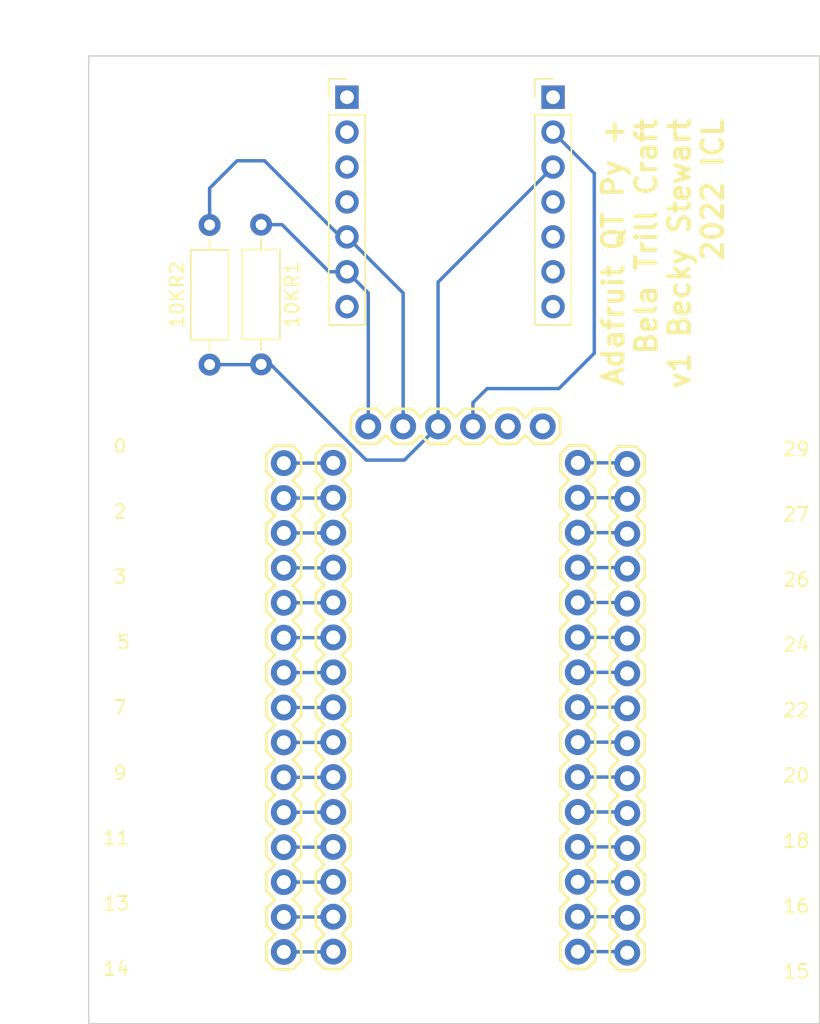
<source format=kicad_pcb>
(kicad_pcb (version 20211014) (generator pcbnew)
  (layers (0 "F.Cu" signal) (31 "B.Cu" signal) (34 "B.Paste" user) (35 "F.Paste" user) (36 "B.SilkS" user "B.Silkscreen") (37 "F.SilkS" user "F.Silkscreen") (38 "B.Mask" user) (39 "F.Mask" user) (44 "Edge.Cuts" user))
  (net 0 "")
  (net 1 "Net-(QTPy-Right1-Pad3)")
  (net 2 "Net-(QTPy-Left1-Pad6)")
  (net 3 "Net-(QTPy-Left1-Pad5)")
  (net 4 "Net-(Wires-Out-Left1-Pad1)")
  (net 5 "Net-(Wires-Out-Left1-Pad2)")
  (net 6 "Net-(Wires-Out-Left1-Pad3)")
  (net 7 "Net-(Wires-Out-Left1-Pad4)")
  (net 8 "Net-(Wires-Out-Left1-Pad5)")
  (net 9 "Net-(Wires-Out-Left1-Pad6)")
  (net 10 "Net-(Wires-Out-Left1-Pad7)")
  (net 11 "Net-(Wires-Out-Left1-Pad8)")
  (net 12 "Net-(Wires-Out-Left1-Pad9)")
  (net 13 "Net-(Wires-Out-Left1-Pad10)")
  (net 14 "Net-(Wires-Out-Left1-Pad11)")
  (net 15 "Net-(Wires-Out-Left1-Pad12)")
  (net 16 "Net-(Wires-Out-Left1-Pad13)")
  (net 17 "Net-(Wires-Out-Left1-Pad14)")
  (net 18 "Net-(Wires-Out-Left1-Pad15)")
  (net 19 "Net-(Craft-15-29-Pad1)")
  (net 20 "Net-(Craft-15-29-Pad2)")
  (net 21 "Net-(Craft-15-29-Pad3)")
  (net 22 "Net-(Craft-15-29-Pad4)")
  (net 23 "Net-(Craft-15-29-Pad5)")
  (net 24 "Net-(Craft-15-29-Pad6)")
  (net 25 "Net-(Craft-15-29-Pad7)")
  (net 26 "Net-(Craft-15-29-Pad8)")
  (net 27 "Net-(Craft-15-29-Pad9)")
  (net 28 "Net-(Craft-15-29-Pad10)")
  (net 29 "Net-(Craft-15-29-Pad11)")
  (net 30 "Net-(Craft-15-29-Pad12)")
  (net 31 "Net-(Craft-15-29-Pad13)")
  (net 32 "Net-(Craft-15-29-Pad14)")
  (net 33 "Net-(Craft-15-29-Pad15)")
  (net 36 "Net-(QTPy-Right1-Pad2)")
  (footprint "MountingHole:MountingHole_2.1mm" (layer "F.Cu") (at 125.25 101.7)
    (fp_text reference "REF**" hide)
    (fp_text value "MountingHole_2.1mm" hide)
    (pad "" np_thru_hole circle (at 0 0) (size 2.1 2.1) (drill 2.1) (layers *.Cu *.Mask))
  )
  (footprint "MountingHole:MountingHole_2.1mm" (layer "F.Cu") (at 130 96.95)
    (fp_text reference "9" (at -8.5 0) (layer "F.SilkS") (effects (justify left)))
    (fp_text value "MountingHole_2.1mm" hide)
    (pad "" np_thru_hole circle (at 0 0) (size 2.1 2.1) (drill 2.1) (layers *.Cu *.Mask))
  )
  (footprint "MountingHole:MountingHole_2.1mm" (layer "F.Cu") (at 125.25 73.2)
    (fp_text reference "REF**" hide)
    (fp_text value "MountingHole_2.1mm" hide)
    (pad "" np_thru_hole circle (at 0 0) (size 2.1 2.1) (drill 2.1) (layers *.Cu *.Mask))
  )
  (footprint "MountingHole:MountingHole_2.1mm" (layer "F.Cu") (at 163.25 106.65)
    (fp_text reference "REF**" hide)
    (fp_text value "MountingHole_2.1mm" hide)
    (pad "" np_thru_hole circle (at 0 0) (size 2.1 2.1) (drill 2.1) (layers *.Cu *.Mask))
  )
  (footprint "trill-craft:1X15" (layer "F.Cu") (at 159 74.48 -90)
    (fp_text reference "Craft-15-29" hide)
    (fp_text value "Conn_01x15_Female" hide)
    (pad "1" thru_hole circle (at 0 0) (size 1.8796 1.8796) (drill 1.016) (layers *.Cu *.Mask) (net 19 "Net-(Craft-15-29-Pad1)"))
    (pad "2" thru_hole circle (at 2.54 0) (size 1.8796 1.8796) (drill 1.016) (layers *.Cu *.Mask) (net 20 "Net-(Craft-15-29-Pad2)"))
    (pad "3" thru_hole circle (at 5.08 0) (size 1.8796 1.8796) (drill 1.016) (layers *.Cu *.Mask) (net 21 "Net-(Craft-15-29-Pad3)"))
    (pad "4" thru_hole circle (at 7.62 0) (size 1.8796 1.8796) (drill 1.016) (layers *.Cu *.Mask) (net 22 "Net-(Craft-15-29-Pad4)"))
    (pad "5" thru_hole circle (at 10.16 0) (size 1.8796 1.8796) (drill 1.016) (layers *.Cu *.Mask) (net 23 "Net-(Craft-15-29-Pad5)"))
    (pad "6" thru_hole circle (at 12.7 0) (size 1.8796 1.8796) (drill 1.016) (layers *.Cu *.Mask) (net 24 "Net-(Craft-15-29-Pad6)"))
    (pad "7" thru_hole circle (at 15.24 0) (size 1.8796 1.8796) (drill 1.016) (layers *.Cu *.Mask) (net 25 "Net-(Craft-15-29-Pad7)"))
    (pad "8" thru_hole circle (at 17.78 0) (size 1.8796 1.8796) (drill 1.016) (layers *.Cu *.Mask) (net 26 "Net-(Craft-15-29-Pad8)"))
    (pad "9" thru_hole circle (at 20.32 0) (size 1.8796 1.8796) (drill 1.016) (layers *.Cu *.Mask) (net 27 "Net-(Craft-15-29-Pad9)"))
    (pad "10" thru_hole circle (at 22.86 0) (size 1.8796 1.8796) (drill 1.016) (layers *.Cu *.Mask) (net 28 "Net-(Craft-15-29-Pad10)"))
    (pad "11" thru_hole circle (at 25.4 0) (size 1.8796 1.8796) (drill 1.016) (layers *.Cu *.Mask) (net 29 "Net-(Craft-15-29-Pad11)"))
    (pad "12" thru_hole circle (at 27.94 0) (size 1.8796 1.8796) (drill 1.016) (layers *.Cu *.Mask) (net 30 "Net-(Craft-15-29-Pad12)"))
    (pad "13" thru_hole circle (at 30.48 0) (size 1.8796 1.8796) (drill 1.016) (layers *.Cu *.Mask) (net 31 "Net-(Craft-15-29-Pad13)"))
    (pad "14" thru_hole circle (at 33.02 0) (size 1.8796 1.8796) (drill 1.016) (layers *.Cu *.Mask) (net 32 "Net-(Craft-15-29-Pad14)"))
    (pad "15" thru_hole circle (at 35.56 0) (size 1.8796 1.8796) (drill 1.016) (layers *.Cu *.Mask) (net 33 "Net-(Craft-15-29-Pad15)"))
  )
  (footprint "trill-craft:1X15" (layer "F.Cu") (at 155.4 74.4 -90)
    (fp_text reference "Wires-Out-Right1" hide)
    (fp_text value "Conn_01x15_Male" hide)
    (pad "1" thru_hole circle (at 0 0) (size 1.8796 1.8796) (drill 1.016) (layers *.Cu *.Mask) (net 19 "Net-(Craft-15-29-Pad1)"))
    (pad "2" thru_hole circle (at 2.54 0) (size 1.8796 1.8796) (drill 1.016) (layers *.Cu *.Mask) (net 20 "Net-(Craft-15-29-Pad2)"))
    (pad "3" thru_hole circle (at 5.08 0) (size 1.8796 1.8796) (drill 1.016) (layers *.Cu *.Mask) (net 21 "Net-(Craft-15-29-Pad3)"))
    (pad "4" thru_hole circle (at 7.62 0) (size 1.8796 1.8796) (drill 1.016) (layers *.Cu *.Mask) (net 22 "Net-(Craft-15-29-Pad4)"))
    (pad "5" thru_hole circle (at 10.16 0) (size 1.8796 1.8796) (drill 1.016) (layers *.Cu *.Mask) (net 23 "Net-(Craft-15-29-Pad5)"))
    (pad "6" thru_hole circle (at 12.7 0) (size 1.8796 1.8796) (drill 1.016) (layers *.Cu *.Mask) (net 24 "Net-(Craft-15-29-Pad6)"))
    (pad "7" thru_hole circle (at 15.24 0) (size 1.8796 1.8796) (drill 1.016) (layers *.Cu *.Mask) (net 25 "Net-(Craft-15-29-Pad7)"))
    (pad "8" thru_hole circle (at 17.78 0) (size 1.8796 1.8796) (drill 1.016) (layers *.Cu *.Mask) (net 26 "Net-(Craft-15-29-Pad8)"))
    (pad "9" thru_hole circle (at 20.32 0) (size 1.8796 1.8796) (drill 1.016) (layers *.Cu *.Mask) (net 27 "Net-(Craft-15-29-Pad9)"))
    (pad "10" thru_hole circle (at 22.86 0) (size 1.8796 1.8796) (drill 1.016) (layers *.Cu *.Mask) (net 28 "Net-(Craft-15-29-Pad10)"))
    (pad "11" thru_hole circle (at 25.4 0) (size 1.8796 1.8796) (drill 1.016) (layers *.Cu *.Mask) (net 29 "Net-(Craft-15-29-Pad11)"))
    (pad "12" thru_hole circle (at 27.94 0) (size 1.8796 1.8796) (drill 1.016) (layers *.Cu *.Mask) (net 30 "Net-(Craft-15-29-Pad12)"))
    (pad "13" thru_hole circle (at 30.48 0) (size 1.8796 1.8796) (drill 1.016) (layers *.Cu *.Mask) (net 31 "Net-(Craft-15-29-Pad13)"))
    (pad "14" thru_hole circle (at 33.02 0) (size 1.8796 1.8796) (drill 1.016) (layers *.Cu *.Mask) (net 32 "Net-(Craft-15-29-Pad14)"))
    (pad "15" thru_hole circle (at 35.56 0) (size 1.8796 1.8796) (drill 1.016) (layers *.Cu *.Mask) (net 33 "Net-(Craft-15-29-Pad15)"))
  )
  (footprint "MountingHole:MountingHole_2.1mm" (layer "F.Cu") (at 125.25 92.2)
    (fp_text reference "REF**" hide)
    (fp_text value "MountingHole_2.1mm" hide)
    (pad "" np_thru_hole circle (at 0 0) (size 2.1 2.1) (drill 2.1) (layers *.Cu *.Mask))
  )
  (footprint "MountingHole:MountingHole_2.1mm" (layer "F.Cu") (at 130 73.2)
    (fp_text reference "0" (at -8.5 0) (layer "F.SilkS") (effects (justify left)))
    (fp_text value "MountingHole_2.1mm" hide)
    (pad "" np_thru_hole circle (at 0 0) (size 2.1 2.1) (drill 2.1) (layers *.Cu *.Mask))
  )
  (footprint "MountingHole:MountingHole_2.1mm" (layer "F.Cu") (at 125.25 82.7)
    (fp_text reference "REF**" hide)
    (fp_text value "MountingHole_2.1mm" hide)
    (pad "" np_thru_hole circle (at 0 0) (size 2.1 2.1) (drill 2.1) (layers *.Cu *.Mask))
  )
  (footprint "MountingHole:MountingHole_2.1mm" (layer "F.Cu") (at 168 101.9)
    (fp_text reference "18" (at 2.25 0) (layer "F.SilkS") (effects (justify left)))
    (fp_text value "MountingHole_2.1mm" hide)
    (pad "" np_thru_hole circle (at 0 0) (size 2.1 2.1) (drill 2.1) (layers *.Cu *.Mask))
  )
  (footprint "MountingHole:MountingHole_2.1mm" (layer "F.Cu") (at 163.25 101.9)
    (fp_text reference "REF**" hide)
    (fp_text value "MountingHole_2.1mm" hide)
    (pad "" np_thru_hole circle (at 0 0) (size 2.1 2.1) (drill 2.1) (layers *.Cu *.Mask))
  )
  (footprint "MountingHole:MountingHole_2.1mm" (layer "F.Cu") (at 168 82.9)
    (fp_text reference "26" (at 2.25 0) (layer "F.SilkS") (effects (justify left)))
    (fp_text value "MountingHole_2.1mm" hide)
    (pad "" np_thru_hole circle (at 0 0) (size 2.1 2.1) (drill 2.1) (layers *.Cu *.Mask))
  )
  (footprint "MountingHole:MountingHole_2.5mm" (layer "F.Cu") (at 122.8 47.8)
    (fp_text reference "REF**" hide)
    (fp_text value "MountingHole_2.5mm" hide)
    (pad "" np_thru_hole circle (at 0 0) (size 2.5 2.5) (drill 2.5) (layers *.Cu *.Mask))
  )
  (footprint "Connector_PinHeader_2.54mm:PinHeader_1x07_P2.54mm_Vertical" (layer "F.Cu") (at 153.6 47.8)
    (fp_text reference "QTPy-Right1" hide)
    (fp_text value "Conn_01x07_Female" hide)
    (pad "1" thru_hole rect (at 0 0) (size 1.7 1.7) (drill 1) (layers *.Cu *.Mask))
    (pad "2" thru_hole oval (at 0 2.54) (size 1.7 1.7) (drill 1) (layers *.Cu *.Mask) (net 36 "Net-(QTPy-Right1-Pad2)"))
    (pad "3" thru_hole oval (at 0 5.08) (size 1.7 1.7) (drill 1) (layers *.Cu *.Mask) (net 1 "Net-(QTPy-Right1-Pad3)"))
    (pad "4" thru_hole oval (at 0 7.62) (size 1.7 1.7) (drill 1) (layers *.Cu *.Mask))
    (pad "5" thru_hole oval (at 0 10.16) (size 1.7 1.7) (drill 1) (layers *.Cu *.Mask))
    (pad "6" thru_hole oval (at 0 12.7) (size 1.7 1.7) (drill 1) (layers *.Cu *.Mask))
    (pad "7" thru_hole oval (at 0 15.24) (size 1.7 1.7) (drill 1) (layers *.Cu *.Mask))
  )
  (footprint "MountingHole:MountingHole_2.1mm" (layer "F.Cu") (at 125.25 111.2)
    (fp_text reference "REF**" hide)
    (fp_text value "MountingHole_2.1mm" hide)
    (pad "" np_thru_hole circle (at 0 0) (size 2.1 2.1) (drill 2.1) (layers *.Cu *.Mask))
  )
  (footprint "Resistor_THT:R_Axial_DIN0207_L6.3mm_D2.5mm_P10.16mm_Horizontal" (layer "F.Cu") (at 132.35 67.235 90)
    (fp_text reference "10KR1" (at 5.08 2.25 90) (layer "F.SilkS"))
    (fp_text value "R")
    (pad "1" thru_hole circle (at 0 0 90) (size 1.6 1.6) (drill 0.8) (layers *.Cu *.Mask) (net 1 "Net-(QTPy-Right1-Pad3)"))
    (pad "2" thru_hole oval (at 10.16 0 90) (size 1.6 1.6) (drill 0.8) (layers *.Cu *.Mask) (net 2 "Net-(QTPy-Left1-Pad6)"))
  )
  (footprint "MountingHole:MountingHole_2.5mm" (layer "F.Cu") (at 170 47.8)
    (fp_text reference "REF**" hide)
    (fp_text value "MountingHole_2.5mm" hide)
    (pad "" np_thru_hole circle (at 0 0) (size 2.5 2.5) (drill 2.5) (layers *.Cu *.Mask))
  )
  (footprint "Connector_PinHeader_2.54mm:PinHeader_1x07_P2.54mm_Vertical" (layer "F.Cu") (at 138.6 47.8)
    (fp_text reference "QTPy-Left1" hide)
    (fp_text value "Conn_01x07_Female" hide)
    (pad "1" thru_hole rect (at 0 0) (size 1.7 1.7) (drill 1) (layers *.Cu *.Mask))
    (pad "2" thru_hole oval (at 0 2.54) (size 1.7 1.7) (drill 1) (layers *.Cu *.Mask))
    (pad "3" thru_hole oval (at 0 5.08) (size 1.7 1.7) (drill 1) (layers *.Cu *.Mask))
    (pad "4" thru_hole oval (at 0 7.62) (size 1.7 1.7) (drill 1) (layers *.Cu *.Mask))
    (pad "5" thru_hole oval (at 0 10.16) (size 1.7 1.7) (drill 1) (layers *.Cu *.Mask) (net 3 "Net-(QTPy-Left1-Pad5)"))
    (pad "6" thru_hole oval (at 0 12.7) (size 1.7 1.7) (drill 1) (layers *.Cu *.Mask) (net 2 "Net-(QTPy-Left1-Pad6)"))
    (pad "7" thru_hole oval (at 0 15.24) (size 1.7 1.7) (drill 1) (layers *.Cu *.Mask))
  )
  (footprint "MountingHole:MountingHole_2.1mm" (layer "F.Cu") (at 125.25 96.95)
    (fp_text reference "REF**" hide)
    (fp_text value "MountingHole_2.1mm" hide)
    (pad "" np_thru_hole circle (at 0 0) (size 2.1 2.1) (drill 2.1) (layers *.Cu *.Mask))
  )
  (footprint "MountingHole:MountingHole_2.1mm" (layer "F.Cu") (at 168 87.65)
    (fp_text reference "24" (at 2.25 0) (layer "F.SilkS") (effects (justify left)))
    (fp_text value "MountingHole_2.1mm" hide)
    (pad "" np_thru_hole circle (at 0 0) (size 2.1 2.1) (drill 2.1) (layers *.Cu *.Mask))
  )
  (footprint "MountingHole:MountingHole_2.1mm" (layer "F.Cu") (at 163.25 92.4)
    (fp_text reference "REF**" hide)
    (fp_text value "MountingHole_2.1mm" hide)
    (pad "" np_thru_hole circle (at 0 0) (size 2.1 2.1) (drill 2.1) (layers *.Cu *.Mask))
  )
  (footprint "MountingHole:MountingHole_2.5mm" (layer "F.Cu") (at 144.012 112 90)
    (fp_text reference "REF**" hide)
    (fp_text value "MountingHole_2.5mm" hide)
    (pad "" np_thru_hole circle (at 0 0 90) (size 2.5 2.5) (drill 2.5) (layers *.Cu *.Mask))
  )
  (footprint "Resistor_THT:R_Axial_DIN0207_L6.3mm_D2.5mm_P10.16mm_Horizontal" (layer "F.Cu") (at 128.6 67.255 90)
    (fp_text reference "10KR2" (at 5.08 -2.37 90) (layer "F.SilkS"))
    (fp_text value "R")
    (pad "1" thru_hole circle (at 0 0 90) (size 1.6 1.6) (drill 0.8) (layers *.Cu *.Mask) (net 1 "Net-(QTPy-Right1-Pad3)"))
    (pad "2" thru_hole oval (at 10.16 0 90) (size 1.6 1.6) (drill 0.8) (layers *.Cu *.Mask) (net 3 "Net-(QTPy-Left1-Pad5)"))
  )
  (footprint "MountingHole:MountingHole_2.1mm" (layer "F.Cu") (at 168 92.4)
    (fp_text reference "22" (at 2.25 0) (layer "F.SilkS") (effects (justify left)))
    (fp_text value "MountingHole_2.1mm" hide)
    (pad "" np_thru_hole circle (at 0 0) (size 2.1 2.1) (drill 2.1) (layers *.Cu *.Mask))
  )
  (footprint "trill-craft:1X06" (layer "F.Cu") (at 152.85 71.75 180)
    (fp_text reference "Craft-I2C1" hide)
    (fp_text value "Conn_01x06_Female" hide)
    (pad "1" thru_hole circle (at 0 0 270) (size 1.8796 1.8796) (drill 1.016) (layers *.Cu *.Mask))
    (pad "2" thru_hole circle (at 2.54 0 270) (size 1.8796 1.8796) (drill 1.016) (layers *.Cu *.Mask))
    (pad "3" thru_hole circle (at 5.08 0 270) (size 1.8796 1.8796) (drill 1.016) (layers *.Cu *.Mask) (net 36 "Net-(QTPy-Right1-Pad2)"))
    (pad "4" thru_hole circle (at 7.62 0 270) (size 1.8796 1.8796) (drill 1.016) (layers *.Cu *.Mask) (net 1 "Net-(QTPy-Right1-Pad3)"))
    (pad "5" thru_hole circle (at 10.16 0 270) (size 1.8796 1.8796) (drill 1.016) (layers *.Cu *.Mask) (net 3 "Net-(QTPy-Left1-Pad5)"))
    (pad "6" thru_hole circle (at 12.7 0 270) (size 1.8796 1.8796) (drill 1.016) (layers *.Cu *.Mask) (net 2 "Net-(QTPy-Left1-Pad6)"))
  )
  (footprint "MountingHole:MountingHole_2.1mm" (layer "F.Cu") (at 130 106.45)
    (fp_text reference "13" (at -9.25 0) (layer "F.SilkS") (effects (justify left)))
    (fp_text value "MountingHole_2.1mm" hide)
    (pad "" np_thru_hole circle (at 0 0) (size 2.1 2.1) (drill 2.1) (layers *.Cu *.Mask))
  )
  (footprint "MountingHole:MountingHole_2.1mm" (layer "F.Cu") (at 130 92.2)
    (fp_text reference "7" (at -8.5 0) (layer "F.SilkS") (effects (justify left)))
    (fp_text value "MountingHole_2.1mm" hide)
    (pad "" np_thru_hole circle (at 0 0) (size 2.1 2.1) (drill 2.1) (layers *.Cu *.Mask))
  )
  (footprint "MountingHole:MountingHole_2.5mm" (layer "F.Cu") (at 149.6 112 90)
    (fp_text reference "REF**" hide)
    (fp_text value "MountingHole_2.5mm" hide)
    (pad "" np_thru_hole circle (at 0 0 90) (size 2.5 2.5) (drill 2.5) (layers *.Cu *.Mask))
  )
  (footprint "MountingHole:MountingHole_2.1mm" (layer "F.Cu") (at 163.25 82.9)
    (fp_text reference "REF**" hide)
    (fp_text value "MountingHole_2.1mm" hide)
    (pad "" np_thru_hole circle (at 0 0) (size 2.1 2.1) (drill 2.1) (layers *.Cu *.Mask))
  )
  (footprint "MountingHole:MountingHole_2.1mm" (layer "F.Cu") (at 163.25 111.4)
    (fp_text reference "REF**" hide)
    (fp_text value "MountingHole_2.1mm" hide)
    (pad "" np_thru_hole circle (at 0 0) (size 2.1 2.1) (drill 2.1) (layers *.Cu *.Mask))
  )
  (footprint "MountingHole:MountingHole_2.1mm" (layer "F.Cu") (at 130 101.7)
    (fp_text reference "11" (at -9.25 0) (layer "F.SilkS") (effects (justify left)))
    (fp_text value "MountingHole_2.1mm" hide)
    (pad "" np_thru_hole circle (at 0 0) (size 2.1 2.1) (drill 2.1) (layers *.Cu *.Mask))
  )
  (footprint "MountingHole:MountingHole_2.1mm" (layer "F.Cu") (at 130 77.95)
    (fp_text reference "2" (at -8.5 0) (layer "F.SilkS") (effects (justify left)))
    (fp_text value "MountingHole_2.1mm" hide)
    (pad "" np_thru_hole circle (at 0 0) (size 2.1 2.1) (drill 2.1) (layers *.Cu *.Mask))
  )
  (footprint "MountingHole:MountingHole_2.5mm" (layer "F.Cu") (at 170 53.388)
    (fp_text reference "REF**" hide)
    (fp_text value "MountingHole_2.5mm" hide)
    (pad "" np_thru_hole circle (at 0 0) (size 2.5 2.5) (drill 2.5) (layers *.Cu *.Mask))
  )
  (footprint "MountingHole:MountingHole_2.1mm" (layer "F.Cu") (at 130 82.7)
    (fp_text reference "3" (at -8.5 0) (layer "F.SilkS") (effects (justify left)))
    (fp_text value "MountingHole_2.1mm" hide)
    (pad "" np_thru_hole circle (at 0 0) (size 2.1 2.1) (drill 2.1) (layers *.Cu *.Mask))
  )
  (footprint "MountingHole:MountingHole_2.1mm" (layer "F.Cu") (at 163.25 97.15)
    (fp_text reference "REF**" hide)
    (fp_text value "MountingHole_2.1mm" hide)
    (pad "" np_thru_hole circle (at 0 0) (size 2.1 2.1) (drill 2.1) (layers *.Cu *.Mask))
  )
  (footprint "MountingHole:MountingHole_2.1mm" (layer "F.Cu") (at 168 78.15)
    (fp_text reference "27" (at 2.25 0) (layer "F.SilkS") (effects (justify left)))
    (fp_text value "MountingHole_2.1mm" hide)
    (pad "" np_thru_hole circle (at 0 0) (size 2.1 2.1) (drill 2.1) (layers *.Cu *.Mask))
  )
  (footprint "MountingHole:MountingHole_2.1mm" (layer "F.Cu") (at 163.25 87.65)
    (fp_text reference "REF**" hide)
    (fp_text value "MountingHole_2.1mm" hide)
    (pad "" np_thru_hole circle (at 0 0) (size 2.1 2.1) (drill 2.1) (layers *.Cu *.Mask))
  )
  (footprint "MountingHole:MountingHole_2.5mm" (layer "F.Cu") (at 122.8 53.388)
    (fp_text reference "REF**" hide)
    (fp_text value "MountingHole_2.5mm" hide)
    (pad "" np_thru_hole circle (at 0 0) (size 2.5 2.5) (drill 2.5) (layers *.Cu *.Mask))
  )
  (footprint "MountingHole:MountingHole_2.1mm" (layer "F.Cu") (at 168 97.15)
    (fp_text reference "20" (at 2.25 0) (layer "F.SilkS") (effects (justify left)))
    (fp_text value "MountingHole_2.1mm" hide)
    (pad "" np_thru_hole circle (at 0 0) (size 2.1 2.1) (drill 2.1) (layers *.Cu *.Mask))
  )
  (footprint "MountingHole:MountingHole_2.1mm" (layer "F.Cu") (at 125.25 77.95)
    (fp_text reference "REF**" hide)
    (fp_text value "MountingHole_2.1mm" hide)
    (pad "" np_thru_hole circle (at 0 0) (size 2.1 2.1) (drill 2.1) (layers *.Cu *.Mask))
  )
  (footprint "MountingHole:MountingHole_2.1mm" (layer "F.Cu") (at 130 111.2)
    (fp_text reference "14" (at -9.25 0) (layer "F.SilkS") (effects (justify left)))
    (fp_text value "MountingHole_2.1mm" hide)
    (pad "" np_thru_hole circle (at 0 0) (size 2.1 2.1) (drill 2.1) (layers *.Cu *.Mask))
  )
  (footprint "MountingHole:MountingHole_2.1mm" (layer "F.Cu") (at 163.25 73.4)
    (fp_text reference "REF**" hide)
    (fp_text value "MountingHole_2.1mm" hide)
    (pad "" np_thru_hole circle (at 0 0) (size 2.1 2.1) (drill 2.1) (layers *.Cu *.Mask))
  )
  (footprint "MountingHole:MountingHole_2.1mm" (layer "F.Cu") (at 163.25 78.15)
    (fp_text reference "REF**" hide)
    (fp_text value "MountingHole_2.1mm" hide)
    (pad "" np_thru_hole circle (at 0 0) (size 2.1 2.1) (drill 2.1) (layers *.Cu *.Mask))
  )
  (footprint "trill-craft:1X15" (layer "F.Cu") (at 137.6 74.4 -90)
    (fp_text reference "Wires-Out-Left1" hide)
    (fp_text value "Conn_01x15_Male" hide)
    (pad "1" thru_hole circle (at 0 0) (size 1.8796 1.8796) (drill 1.016) (layers *.Cu *.Mask) (net 4 "Net-(Wires-Out-Left1-Pad1)"))
    (pad "2" thru_hole circle (at 2.54 0) (size 1.8796 1.8796) (drill 1.016) (layers *.Cu *.Mask) (net 5 "Net-(Wires-Out-Left1-Pad2)"))
    (pad "3" thru_hole circle (at 5.08 0) (size 1.8796 1.8796) (drill 1.016) (layers *.Cu *.Mask) (net 6 "Net-(Wires-Out-Left1-Pad3)"))
    (pad "4" thru_hole circle (at 7.62 0) (size 1.8796 1.8796) (drill 1.016) (layers *.Cu *.Mask) (net 7 "Net-(Wires-Out-Left1-Pad4)"))
    (pad "5" thru_hole circle (at 10.16 0) (size 1.8796 1.8796) (drill 1.016) (layers *.Cu *.Mask) (net 8 "Net-(Wires-Out-Left1-Pad5)"))
    (pad "6" thru_hole circle (at 12.7 0) (size 1.8796 1.8796) (drill 1.016) (layers *.Cu *.Mask) (net 9 "Net-(Wires-Out-Left1-Pad6)"))
    (pad "7" thru_hole circle (at 15.24 0) (size 1.8796 1.8796) (drill 1.016) (layers *.Cu *.Mask) (net 10 "Net-(Wires-Out-Left1-Pad7)"))
    (pad "8" thru_hole circle (at 17.78 0) (size 1.8796 1.8796) (drill 1.016) (layers *.Cu *.Mask) (net 11 "Net-(Wires-Out-Left1-Pad8)"))
    (pad "9" thru_hole circle (at 20.32 0) (size 1.8796 1.8796) (drill 1.016) (layers *.Cu *.Mask) (net 12 "Net-(Wires-Out-Left1-Pad9)"))
    (pad "10" thru_hole circle (at 22.86 0) (size 1.8796 1.8796) (drill 1.016) (layers *.Cu *.Mask) (net 13 "Net-(Wires-Out-Left1-Pad10)"))
    (pad "11" thru_hole circle (at 25.4 0) (size 1.8796 1.8796) (drill 1.016) (layers *.Cu *.Mask) (net 14 "Net-(Wires-Out-Left1-Pad11)"))
    (pad "12" thru_hole circle (at 27.94 0) (size 1.8796 1.8796) (drill 1.016) (layers *.Cu *.Mask) (net 15 "Net-(Wires-Out-Left1-Pad12)"))
    (pad "13" thru_hole circle (at 30.48 0) (size 1.8796 1.8796) (drill 1.016) (layers *.Cu *.Mask) (net 16 "Net-(Wires-Out-Left1-Pad13)"))
    (pad "14" thru_hole circle (at 33.02 0) (size 1.8796 1.8796) (drill 1.016) (layers *.Cu *.Mask) (net 17 "Net-(Wires-Out-Left1-Pad14)"))
    (pad "15" thru_hole circle (at 35.56 0) (size 1.8796 1.8796) (drill 1.016) (layers *.Cu *.Mask) (net 18 "Net-(Wires-Out-Left1-Pad15)"))
  )
  (footprint "trill-craft:1X15" (layer "F.Cu") (at 134 74.42 -90)
    (fp_text reference "Craft-0-14" hide)
    (fp_text value "Conn_01x15_Female" hide)
    (pad "1" thru_hole circle (at 0 0) (size 1.8796 1.8796) (drill 1.016) (layers *.Cu *.Mask) (net 4 "Net-(Wires-Out-Left1-Pad1)"))
    (pad "2" thru_hole circle (at 2.54 0) (size 1.8796 1.8796) (drill 1.016) (layers *.Cu *.Mask) (net 5 "Net-(Wires-Out-Left1-Pad2)"))
    (pad "3" thru_hole circle (at 5.08 0) (size 1.8796 1.8796) (drill 1.016) (layers *.Cu *.Mask) (net 6 "Net-(Wires-Out-Left1-Pad3)"))
    (pad "4" thru_hole circle (at 7.62 0) (size 1.8796 1.8796) (drill 1.016) (layers *.Cu *.Mask) (net 7 "Net-(Wires-Out-Left1-Pad4)"))
    (pad "5" thru_hole circle (at 10.16 0) (size 1.8796 1.8796) (drill 1.016) (layers *.Cu *.Mask) (net 8 "Net-(Wires-Out-Left1-Pad5)"))
    (pad "6" thru_hole circle (at 12.7 0) (size 1.8796 1.8796) (drill 1.016) (layers *.Cu *.Mask) (net 9 "Net-(Wires-Out-Left1-Pad6)"))
    (pad "7" thru_hole circle (at 15.24 0) (size 1.8796 1.8796) (drill 1.016) (layers *.Cu *.Mask) (net 10 "Net-(Wires-Out-Left1-Pad7)"))
    (pad "8" thru_hole circle (at 17.78 0) (size 1.8796 1.8796) (drill 1.016) (layers *.Cu *.Mask) (net 11 "Net-(Wires-Out-Left1-Pad8)"))
    (pad "9" thru_hole circle (at 20.32 0) (size 1.8796 1.8796) (drill 1.016) (layers *.Cu *.Mask) (net 12 "Net-(Wires-Out-Left1-Pad9)"))
    (pad "10" thru_hole circle (at 22.86 0) (size 1.8796 1.8796) (drill 1.016) (layers *.Cu *.Mask) (net 13 "Net-(Wires-Out-Left1-Pad10)"))
    (pad "11" thru_hole circle (at 25.4 0) (size 1.8796 1.8796) (drill 1.016) (layers *.Cu *.Mask) (net 14 "Net-(Wires-Out-Left1-Pad11)"))
    (pad "12" thru_hole circle (at 27.94 0) (size 1.8796 1.8796) (drill 1.016) (layers *.Cu *.Mask) (net 15 "Net-(Wires-Out-Left1-Pad12)"))
    (pad "13" thru_hole circle (at 30.48 0) (size 1.8796 1.8796) (drill 1.016) (layers *.Cu *.Mask) (net 16 "Net-(Wires-Out-Left1-Pad13)"))
    (pad "14" thru_hole circle (at 33.02 0) (size 1.8796 1.8796) (drill 1.016) (layers *.Cu *.Mask) (net 17 "Net-(Wires-Out-Left1-Pad14)"))
    (pad "15" thru_hole circle (at 35.56 0) (size 1.8796 1.8796) (drill 1.016) (layers *.Cu *.Mask) (net 18 "Net-(Wires-Out-Left1-Pad15)"))
  )
  (footprint "MountingHole:MountingHole_2.1mm" (layer "F.Cu") (at 168 106.65)
    (fp_text reference "16" (at 2.25 0) (layer "F.SilkS") (effects (justify left)))
    (fp_text value "MountingHole_2.1mm" hide)
    (pad "" np_thru_hole circle (at 0 0) (size 2.1 2.1) (drill 2.1) (layers *.Cu *.Mask))
  )
  (footprint "MountingHole:MountingHole_2.1mm" (layer "F.Cu") (at 168 73.4)
    (fp_text reference "29" (at 2.25 0) (layer "F.SilkS") (effects (justify left)))
    (fp_text value "MountingHole_2.1mm" hide)
    (pad "" np_thru_hole circle (at 0 0) (size 2.1 2.1) (drill 2.1) (layers *.Cu *.Mask))
  )
  (footprint "MountingHole:MountingHole_2.1mm" (layer "F.Cu") (at 125.25 106.45)
    (fp_text reference "REF**" hide)
    (fp_text value "MountingHole_2.1mm" hide)
    (pad "" np_thru_hole circle (at 0 0) (size 2.1 2.1) (drill 2.1) (layers *.Cu *.Mask))
  )
  (footprint "MountingHole:MountingHole_2.1mm" (layer "F.Cu") (at 130 87.45)
    (fp_text reference "5" (at -8.25 0) (layer "F.SilkS") (effects (justify left)))
    (fp_text value "MountingHole_2.1mm" hide)
    (pad "" np_thru_hole circle (at 0 0) (size 2.1 2.1) (drill 2.1) (layers *.Cu *.Mask))
  )
  (footprint "MountingHole:MountingHole_2.1mm" (layer "F.Cu") (at 168 111.4)
    (fp_text reference "15" (at 2.25 0) (layer "F.SilkS") (effects (justify left)))
    (fp_text value "MountingHole_2.1mm" hide)
    (pad "" np_thru_hole circle (at 0 0) (size 2.1 2.1) (drill 2.1) (layers *.Cu *.Mask))
  )
  (footprint "MountingHole:MountingHole_2.1mm" (layer "F.Cu") (at 125.25 87.45)
    (fp_text reference "REF**" hide)
    (fp_text value "MountingHole_2.1mm" hide)
    (pad "" np_thru_hole circle (at 0 0) (size 2.1 2.1) (drill 2.1) (layers *.Cu *.Mask))
  )
  (gr_rect (start 113.392 40.779) (end 113.392 40.779) (layer "Edge.Cuts") (width 0.1) (fill none))
  (gr_rect (start 119.8 44.8) (end 173 115.2) (layer "Edge.Cuts") (width 0.1) (fill none))
  (gr_text "Adafruit QT Py +\nBela Trill Craft\nv1 Becky Stewart\n2022 ICL" (at 161.6 49.2 90) (layer "F.SilkS") (effects (font (size 1.5 1.5) (thickness 0.3)) (justify right)))
  (segment (start 140 74.2) (end 142.78 74.2) (width 0.25) (layer "B.Cu") (net 1))
  (segment (start 153.6 52.88) (end 145.23 61.25) (width 0.25) (layer "B.Cu") (net 1))
  (segment (start 145.23 61.25) (end 145.23 71.75) (width 0.25) (layer "B.Cu") (net 1))
  (segment (start 128.6 67.255) (end 132.33 67.255) (width 0.25) (layer "B.Cu") (net 1))
  (segment (start 132.33 67.255) (end 132.35 67.235) (width 0.25) (layer "B.Cu") (net 1))
  (segment (start 132.75 66.95) (end 140 74.2) (width 0.25) (layer "B.Cu") (net 1))
  (segment (start 142.78 74.2) (end 145.23 71.75) (width 0.25) (layer "B.Cu") (net 1))
  (segment (start 137.295 60.5) (end 133.87 57.075) (width 0.25) (layer "B.Cu") (net 2))
  (segment (start 133.87 57.075) (end 132.35 57.075) (width 0.25) (layer "B.Cu") (net 2))
  (segment (start 138.6 60.5) (end 140.15 62.05) (width 0.25) (layer "B.Cu") (net 2))
  (segment (start 140.15 62.05) (end 140.15 71.75) (width 0.25) (layer "B.Cu") (net 2))
  (segment (start 138.6 60.5) (end 137.295 60.5) (width 0.25) (layer "B.Cu") (net 2))
  (segment (start 130.6 52.425) (end 128.6 54.425) (width 0.25) (layer "B.Cu") (net 3))
  (segment (start 132.6 52.425) (end 130.6 52.425) (width 0.25) (layer "B.Cu") (net 3))
  (segment (start 142.69 62.05) (end 142.69 71.75) (width 0.25) (layer "B.Cu") (net 3))
  (segment (start 138.6 57.96) (end 142.69 62.05) (width 0.25) (layer "B.Cu") (net 3))
  (segment (start 128.6 54.425) (end 128.6 57.095) (width 0.25) (layer "B.Cu") (net 3))
  (segment (start 138.135 57.96) (end 132.6 52.425) (width 0.25) (layer "B.Cu") (net 3))
  (segment (start 137.58 74.42) (end 137.6 74.4) (width 0.25) (layer "B.Cu") (net 4))
  (segment (start 134 74.42) (end 137.58 74.42) (width 0.25) (layer "B.Cu") (net 4))
  (segment (start 137.58 76.96) (end 137.6 76.94) (width 0.25) (layer "B.Cu") (net 5))
  (segment (start 134 76.96) (end 137.58 76.96) (width 0.25) (layer "B.Cu") (net 5))
  (segment (start 137.58 79.5) (end 137.6 79.48) (width 0.25) (layer "B.Cu") (net 6))
  (segment (start 134 79.5) (end 137.58 79.5) (width 0.25) (layer "B.Cu") (net 6))
  (segment (start 134 82.04) (end 137.58 82.04) (width 0.25) (layer "B.Cu") (net 7))
  (segment (start 137.58 82.04) (end 137.6 82.02) (width 0.25) (layer "B.Cu") (net 7))
  (segment (start 134 84.58) (end 137.58 84.58) (width 0.25) (layer "B.Cu") (net 8))
  (segment (start 137.58 84.58) (end 137.6 84.56) (width 0.25) (layer "B.Cu") (net 8))
  (segment (start 134 87.12) (end 137.58 87.12) (width 0.25) (layer "B.Cu") (net 9))
  (segment (start 137.58 87.12) (end 137.6 87.1) (width 0.25) (layer "B.Cu") (net 9))
  (segment (start 134 89.66) (end 137.58 89.66) (width 0.25) (layer "B.Cu") (net 10))
  (segment (start 137.58 89.66) (end 137.6 89.64) (width 0.25) (layer "B.Cu") (net 10))
  (segment (start 134 92.2) (end 137.58 92.2) (width 0.25) (layer "B.Cu") (net 11))
  (segment (start 137.58 92.2) (end 137.6 92.18) (width 0.25) (layer "B.Cu") (net 11))
  (segment (start 134 94.74) (end 137.58 94.74) (width 0.25) (layer "B.Cu") (net 12))
  (segment (start 137.58 94.74) (end 137.6 94.72) (width 0.25) (layer "B.Cu") (net 12))
  (segment (start 137.58 97.28) (end 137.6 97.26) (width 0.25) (layer "B.Cu") (net 13))
  (segment (start 134 97.28) (end 137.58 97.28) (width 0.25) (layer "B.Cu") (net 13))
  (segment (start 134 99.82) (end 137.58 99.82) (width 0.25) (layer "B.Cu") (net 14))
  (segment (start 137.58 99.82) (end 137.6 99.8) (width 0.25) (layer "B.Cu") (net 14))
  (segment (start 134 102.36) (end 137.58 102.36) (width 0.25) (layer "B.Cu") (net 15))
  (segment (start 137.58 102.36) (end 137.6 102.34) (width 0.25) (layer "B.Cu") (net 15))
  (segment (start 137.58 104.9) (end 137.6 104.88) (width 0.25) (layer "B.Cu") (net 16))
  (segment (start 134 104.9) (end 137.58 104.9) (width 0.25) (layer "B.Cu") (net 16))
  (segment (start 137.58 107.44) (end 137.6 107.42) (width 0.25) (layer "B.Cu") (net 17))
  (segment (start 134 107.44) (end 137.58 107.44) (width 0.25) (layer "B.Cu") (net 17))
  (segment (start 137.58 109.98) (end 137.6 109.96) (width 0.25) (layer "B.Cu") (net 18))
  (segment (start 134 109.98) (end 137.58 109.98) (width 0.25) (layer "B.Cu") (net 18))
  (segment (start 155.4 74.4) (end 158.92 74.4) (width 0.25) (layer "B.Cu") (net 19))
  (segment (start 158.92 74.4) (end 159 74.48) (width 0.25) (layer "B.Cu") (net 19))
  (segment (start 158.92 76.94) (end 159 77.02) (width 0.25) (layer "B.Cu") (net 20))
  (segment (start 155.4 76.94) (end 158.92 76.94) (width 0.25) (layer "B.Cu") (net 20))
  (segment (start 158.92 79.48) (end 159 79.56) (width 0.25) (layer "B.Cu") (net 21))
  (segment (start 155.4 79.48) (end 158.92 79.48) (width 0.25) (layer "B.Cu") (net 21))
  (segment (start 155.4 82.02) (end 158.92 82.02) (width 0.25) (layer "B.Cu") (net 22))
  (segment (start 158.92 82.02) (end 159 82.1) (width 0.25) (layer "B.Cu") (net 22))
  (segment (start 158.92 84.56) (end 159 84.64) (width 0.25) (layer "B.Cu") (net 23))
  (segment (start 155.4 84.56) (end 158.92 84.56) (width 0.25) (layer "B.Cu") (net 23))
  (segment (start 158.92 87.1) (end 159 87.18) (width 0.25) (layer "B.Cu") (net 24))
  (segment (start 155.4 87.1) (end 158.92 87.1) (width 0.25) (layer "B.Cu") (net 24))
  (segment (start 158.92 89.64) (end 159 89.72) (width 0.25) (layer "B.Cu") (net 25))
  (segment (start 155.4 89.64) (end 158.92 89.64) (width 0.25) (layer "B.Cu") (net 25))
  (segment (start 155.4 92.18) (end 158.92 92.18) (width 0.25) (layer "B.Cu") (net 26))
  (segment (start 158.92 92.18) (end 159 92.26) (width 0.25) (layer "B.Cu") (net 26))
  (segment (start 155.4 94.72) (end 158.92 94.72) (width 0.25) (layer "B.Cu") (net 27))
  (segment (start 158.92 94.72) (end 159 94.8) (width 0.25) (layer "B.Cu") (net 27))
  (segment (start 155.4 97.26) (end 158.92 97.26) (width 0.25) (layer "B.Cu") (net 28))
  (segment (start 158.92 97.26) (end 159 97.34) (width 0.25) (layer "B.Cu") (net 28))
  (segment (start 155.4 99.8) (end 158.92 99.8) (width 0.25) (layer "B.Cu") (net 29))
  (segment (start 158.92 99.8) (end 159 99.88) (width 0.25) (layer "B.Cu") (net 29))
  (segment (start 155.4 102.34) (end 158.92 102.34) (width 0.25) (layer "B.Cu") (net 30))
  (segment (start 158.92 102.34) (end 159 102.42) (width 0.25) (layer "B.Cu") (net 30))
  (segment (start 158.92 104.88) (end 159 104.96) (width 0.25) (layer "B.Cu") (net 31))
  (segment (start 155.4 104.88) (end 158.92 104.88) (width 0.25) (layer "B.Cu") (net 31))
  (segment (start 158.92 107.42) (end 159 107.5) (width 0.25) (layer "B.Cu") (net 32))
  (segment (start 155.4 107.42) (end 158.92 107.42) (width 0.25) (layer "B.Cu") (net 32))
  (segment (start 155.4 109.96) (end 158.92 109.96) (width 0.25) (layer "B.Cu") (net 33))
  (segment (start 158.92 109.96) (end 159 110.04) (width 0.25) (layer "B.Cu") (net 33))
  (segment (start 147.77 70.03) (end 147.77 71.75) (width 0.25) (layer "B.Cu") (net 36))
  (segment (start 148.8 69) (end 147.77 70.03) (width 0.25) (layer "B.Cu") (net 36))
  (segment (start 156.6 53.34) (end 156.6 66.425) (width 0.25) (layer "B.Cu") (net 36))
  (segment (start 156.6 66.425) (end 154.025 69) (width 0.25) (layer "B.Cu") (net 36))
  (segment (start 153.6 50.34) (end 156.6 53.34) (width 0.25) (layer "B.Cu") (net 36))
  (segment (start 154.025 69) (end 148.8 69) (width 0.25) (layer "B.Cu") (net 36))
)
</source>
